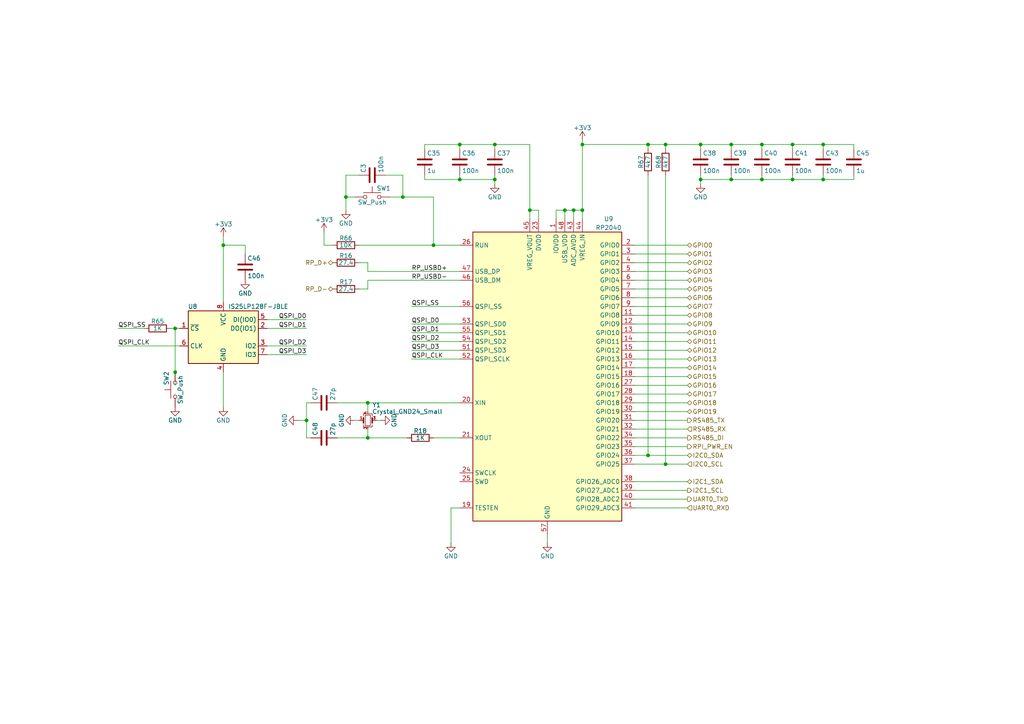
<source format=kicad_sch>
(kicad_sch (version 20211123) (generator eeschema)
  (paper "A4")
  (title_block (title "FlightSimController") (date "2022-12-05") (rev "A") (company "https://github.com/peterheinrich/FlightSimController") (comment 4 "License: CERN-OHL-P v2"))
  (lib_symbols
    (symbol "Device:C" (pin_numbers hide) (pin_names (offset 0.254))
      (property "Reference" "C" (at 0.635 2.54 0))
      (property "Value" "C" (at 0.635 -2.54 0))
      (symbol "C_0_1"
        (polyline (pts (xy -2.032 -0.762) (xy 2.032 -0.762)) (stroke (width 0.508)))
        (polyline (pts (xy -2.032 0.762) (xy 2.032 0.762)) (stroke (width 0.508)))
      )
      (symbol "C_1_1"
        (pin passive line (at 0 3.81 270) (length 2.794) (name "~") (number "1"))
        (pin passive line (at 0 -3.81 90) (length 2.794) (name "~") (number "2"))
      )
    )
    (symbol "Device:Crystal_GND24_Small" (pin_names (offset 1.016) hide)
      (property "Reference" "Y" (at 1.27 4.445 0))
      (property "Value" "Crystal_GND24_Small" (at 1.27 2.54 0))
      (symbol "Crystal_GND24_Small_0_1"
        (rectangle (start -0.762 -1.524) (end 0.762 1.524))
        (polyline (pts (xy -1.27 -0.762) (xy -1.27 0.762)) (stroke (width 0.381)))
        (polyline (pts (xy 1.27 -0.762) (xy 1.27 0.762)) (stroke (width 0.381)))
        (polyline (pts (xy -1.27 -1.27) (xy -1.27 -1.905) (xy 1.27 -1.905) (xy 1.27 -1.27)))
        (polyline (pts (xy -1.27 1.27) (xy -1.27 1.905) (xy 1.27 1.905) (xy 1.27 1.27)))
      )
      (symbol "Crystal_GND24_Small_1_1"
        (pin passive line (at -2.54 0 0) (length 1.27) (name "1") (number "1"))
        (pin passive line (at 0 -2.54 90) (length 0.635) (name "2") (number "2"))
        (pin passive line (at 2.54 0 180) (length 1.27) (name "3") (number "3"))
        (pin passive line (at 0 2.54 270) (length 0.635) (name "4") (number "4"))
      )
    )
    (symbol "Device:R" (pin_numbers hide) (pin_names (offset 0))
      (property "Reference" "R" (at 2.032 0 90))
      (property "Value" "R" (at 0 0 90))
      (symbol "R_0_1"
        (rectangle (start -1.016 -2.54) (end 1.016 2.54) (stroke (width 0.254)))
      )
      (symbol "R_1_1"
        (pin passive line (at 0 3.81 270) (length 1.27) (name "~") (number "1"))
        (pin passive line (at 0 -3.81 90) (length 1.27) (name "~") (number "2"))
      )
    )
    (symbol "MCU_RaspberryPi:RP2040"
      (property "Reference" "U" (at 17.78 45.72 0))
      (property "Value" "RP2040" (at 17.78 43.18 0))
      (symbol "RP2040_0_1"
        (rectangle (start -21.59 41.91) (end 21.59 -41.91) (stroke (width 0.254)) (fill (type background)))
      )
      (symbol "RP2040_1_1"
        (pin power_in line (at 2.54 45.72 270) (length 3.81) (name "IOVDD") (number "1"))
        (pin passive line (at 2.54 45.72 270) (length 3.81) hide (name "IOVDD") (number "10"))
        (pin bidirectional line (at 25.4 17.78 180) (length 3.81) (name "GPIO8") (number "11"))
        (pin bidirectional line (at 25.4 15.24 180) (length 3.81) (name "GPIO9") (number "12"))
        (pin bidirectional line (at 25.4 12.7 180) (length 3.81) (name "GPIO10") (number "13"))
        (pin bidirectional line (at 25.4 10.16 180) (length 3.81) (name "GPIO11") (number "14"))
        (pin bidirectional line (at 25.4 7.62 180) (length 3.81) (name "GPIO12") (number "15"))
        (pin bidirectional line (at 25.4 5.08 180) (length 3.81) (name "GPIO13") (number "16"))
        (pin bidirectional line (at 25.4 2.54 180) (length 3.81) (name "GPIO14") (number "17"))
        (pin bidirectional line (at 25.4 0 180) (length 3.81) (name "GPIO15") (number "18"))
        (pin input line (at -25.4 -38.1 0) (length 3.81) (name "TESTEN") (number "19"))
        (pin bidirectional line (at 25.4 38.1 180) (length 3.81) (name "GPIO0") (number "2"))
        (pin input line (at -25.4 -7.62 0) (length 3.81) (name "XIN") (number "20"))
        (pin passive line (at -25.4 -17.78 0) (length 3.81) (name "XOUT") (number "21"))
        (pin passive line (at 2.54 45.72 270) (length 3.81) hide (name "IOVDD") (number "22"))
        (pin power_in line (at -2.54 45.72 270) (length 3.81) (name "DVDD") (number "23"))
        (pin output line (at -25.4 -27.94 0) (length 3.81) (name "SWCLK") (number "24"))
        (pin bidirectional line (at -25.4 -30.48 0) (length 3.81) (name "SWD") (number "25"))
        (pin input line (at -25.4 38.1 0) (length 3.81) (name "RUN") (number "26"))
        (pin bidirectional line (at 25.4 -2.54 180) (length 3.81) (name "GPIO16") (number "27"))
        (pin bidirectional line (at 25.4 -5.08 180) (length 3.81) (name "GPIO17") (number "28"))
        (pin bidirectional line (at 25.4 -7.62 180) (length 3.81) (name "GPIO18") (number "29"))
        (pin bidirectional line (at 25.4 35.56 180) (length 3.81) (name "GPIO1") (number "3"))
        (pin bidirectional line (at 25.4 -10.16 180) (length 3.81) (name "GPIO19") (number "30"))
        (pin bidirectional line (at 25.4 -12.7 180) (length 3.81) (name "GPIO20") (number "31"))
        (pin bidirectional line (at 25.4 -15.24 180) (length 3.81) (name "GPIO21") (number "32"))
        (pin passive line (at 2.54 45.72 270) (length 3.81) hide (name "IOVDD") (number "33"))
        (pin bidirectional line (at 25.4 -17.78 180) (length 3.81) (name "GPIO22") (number "34"))
        (pin bidirectional line (at 25.4 -20.32 180) (length 3.81) (name "GPIO23") (number "35"))
        (pin bidirectional line (at 25.4 -22.86 180) (length 3.81) (name "GPIO24") (number "36"))
        (pin bidirectional line (at 25.4 -25.4 180) (length 3.81) (name "GPIO25") (number "37"))
        (pin bidirectional line (at 25.4 -30.48 180) (length 3.81) (name "GPIO26_ADC0") (number "38"))
        (pin bidirectional line (at 25.4 -33.02 180) (length 3.81) (name "GPIO27_ADC1") (number "39"))
        (pin bidirectional line (at 25.4 33.02 180) (length 3.81) (name "GPIO2") (number "4"))
        (pin bidirectional line (at 25.4 -35.56 180) (length 3.81) (name "GPIO28_ADC2") (number "40"))
        (pin bidirectional line (at 25.4 -38.1 180) (length 3.81) (name "GPIO29_ADC3") (number "41"))
        (pin passive line (at 2.54 45.72 270) (length 3.81) hide (name "IOVDD") (number "42"))
        (pin power_in line (at 7.62 45.72 270) (length 3.81) (name "ADC_AVDD") (number "43"))
        (pin power_in line (at 10.16 45.72 270) (length 3.81) (name "VREG_IN") (number "44"))
        (pin power_out line (at -5.08 45.72 270) (length 3.81) (name "VREG_VOUT") (number "45"))
        (pin bidirectional line (at -25.4 27.94 0) (length 3.81) (name "USB_DM") (number "46"))
        (pin bidirectional line (at -25.4 30.48 0) (length 3.81) (name "USB_DP") (number "47"))
        (pin power_in line (at 5.08 45.72 270) (length 3.81) (name "USB_VDD") (number "48"))
        (pin passive line (at 2.54 45.72 270) (length 3.81) hide (name "IOVDD") (number "49"))
        (pin bidirectional line (at 25.4 30.48 180) (length 3.81) (name "GPIO3") (number "5"))
        (pin passive line (at -2.54 45.72 270) (length 3.81) hide (name "DVDD") (number "50"))
        (pin bidirectional line (at -25.4 7.62 0) (length 3.81) (name "QSPI_SD3") (number "51"))
        (pin output line (at -25.4 5.08 0) (length 3.81) (name "QSPI_SCLK") (number "52"))
        (pin bidirectional line (at -25.4 15.24 0) (length 3.81) (name "QSPI_SD0") (number "53"))
        (pin bidirectional line (at -25.4 10.16 0) (length 3.81) (name "QSPI_SD2") (number "54"))
        (pin bidirectional line (at -25.4 12.7 0) (length 3.81) (name "QSPI_SD1") (number "55"))
        (pin bidirectional line (at -25.4 20.32 0) (length 3.81) (name "QSPI_SS") (number "56"))
        (pin power_in line (at 0 -45.72 90) (length 3.81) (name "GND") (number "57"))
        (pin bidirectional line (at 25.4 27.94 180) (length 3.81) (name "GPIO4") (number "6"))
        (pin bidirectional line (at 25.4 25.4 180) (length 3.81) (name "GPIO5") (number "7"))
        (pin bidirectional line (at 25.4 22.86 180) (length 3.81) (name "GPIO6") (number "8"))
        (pin bidirectional line (at 25.4 20.32 180) (length 3.81) (name "GPIO7") (number "9"))
      )
    )
    (symbol "Memory_Flash:W25Q128JVS"
      (property "Reference" "U" (at -8.89 8.89 0))
      (property "Value" "W25Q128JVS" (at 7.62 8.89 0))
      (symbol "W25Q128JVS_0_1"
        (rectangle (start -10.16 7.62) (end 10.16 -7.62) (stroke (width 0.254)) (fill (type background)))
      )
      (symbol "W25Q128JVS_1_1"
        (pin input line (at -12.7 2.54 0) (length 2.54) (name "~{CS}") (number "1"))
        (pin bidirectional line (at 12.7 2.54 180) (length 2.54) (name "DO(IO1)") (number "2"))
        (pin bidirectional line (at 12.7 -2.54 180) (length 2.54) (name "IO2") (number "3"))
        (pin power_in line (at 0 -10.16 90) (length 2.54) (name "GND") (number "4"))
        (pin bidirectional line (at 12.7 5.08 180) (length 2.54) (name "DI(IO0)") (number "5"))
        (pin input line (at -12.7 -2.54 0) (length 2.54) (name "CLK") (number "6"))
        (pin bidirectional line (at 12.7 -5.08 180) (length 2.54) (name "IO3") (number "7"))
        (pin power_in line (at 0 10.16 270) (length 2.54) (name "VCC") (number "8"))
      )
    )
    (symbol "Switch:SW_Push" (pin_numbers hide) (pin_names (offset 1.016) hide)
      (property "Reference" "SW" (at 1.27 2.54 0))
      (property "Value" "SW_Push" (at 0 -1.524 0))
      (symbol "SW_Push_0_1"
        (circle (center -2.032 0) (radius 0.508))
        (polyline (pts (xy 0 1.27) (xy 0 3.048)))
        (polyline (pts (xy 2.54 1.27) (xy -2.54 1.27)))
        (circle (center 2.032 0) (radius 0.508))
        (pin passive line (at -5.08 0 0) (length 2.54) (name "1") (number "1"))
        (pin passive line (at 5.08 0 180) (length 2.54) (name "2") (number "2"))
      )
    )
    (symbol "power:+3V3" (power) (pin_names (offset 0))
      (property "Value" "+3V3" (at 0 3.556 0))
      (symbol "+3V3_0_1"
        (polyline (pts (xy -0.762 1.27) (xy 0 2.54)))
        (polyline (pts (xy 0 0) (xy 0 2.54)))
        (polyline (pts (xy 0 2.54) (xy 0.762 1.27)))
      )
      (symbol "+3V3_1_1"
        (pin power_in line (at 0 0 90) (length 0) hide (name "+3V3") (number "1"))
      )
    )
    (symbol "power:GND" (power) (pin_names (offset 0))
      (property "Value" "GND" (at 0 -3.81 0))
      (symbol "GND_0_1"
        (polyline (pts (xy 0 0) (xy 0 -1.27) (xy 1.27 -1.27) (xy 0 -2.54) (xy -1.27 -1.27) (xy 0 -1.27)))
      )
      (symbol "GND_1_1"
        (pin power_in line (at 0 0 270) (length 0) hide (name "GND") (number "1"))
      )
    )
  )
  (junction (at 220.98 41.91))
  (junction (at 50.8 107.95))
  (junction (at 229.87 52.07))
  (junction (at 187.96 41.91))
  (junction (at 229.87 41.91))
  (junction (at 203.2 52.07))
  (junction (at 143.51 52.07))
  (junction (at 163.83 60.96))
  (junction (at 212.09 41.91))
  (junction (at 220.98 52.07))
  (junction (at 193.04 41.91))
  (junction (at 153.67 60.96))
  (junction (at 238.76 41.91))
  (junction (at 133.35 52.07))
  (junction (at 187.96 132.08))
  (junction (at 168.91 60.96))
  (junction (at 193.04 134.62))
  (junction (at 106.68 127))
  (junction (at 88.9 121.92))
  (junction (at 203.2 41.91))
  (junction (at 133.35 41.91))
  (junction (at 212.09 52.07))
  (junction (at 106.68 116.84))
  (junction (at 166.37 60.96))
  (junction (at 64.77 71.12))
  (junction (at 100.33 57.15))
  (junction (at 238.76 52.07))
  (junction (at 50.8 95.25))
  (junction (at 125.73 71.12))
  (junction (at 116.84 57.15))
  (junction (at 143.51 41.91))
  (junction (at 168.91 41.91))
  (wire (pts (xy 71.12 71.12) (xy 71.12 73.66)))
  (wire (pts (xy 184.15 104.14) (xy 199.39 104.14)))
  (wire (pts (xy 187.96 50.8) (xy 187.96 132.08)))
  (wire (pts (xy 34.29 95.25) (xy 41.91 95.25)))
  (wire (pts (xy 130.81 147.32) (xy 133.35 147.32)))
  (wire (pts (xy 153.67 60.96) (xy 153.67 63.5)))
  (wire (pts (xy 229.87 50.8) (xy 229.87 52.07)))
  (wire (pts (xy 64.77 71.12) (xy 64.77 87.63)))
  (wire (pts (xy 104.14 50.8) (xy 100.33 50.8)))
  (wire (pts (xy 187.96 132.08) (xy 199.39 132.08)))
  (wire (pts (xy 143.51 41.91) (xy 143.51 43.18)))
  (wire (pts (xy 184.15 93.98) (xy 199.39 93.98)))
  (wire (pts (xy 184.15 134.62) (xy 193.04 134.62)))
  (wire (pts (xy 118.11 127) (xy 106.68 127)))
  (wire (pts (xy 125.73 127) (xy 133.35 127)))
  (wire (pts (xy 100.33 57.15) (xy 102.87 57.15)))
  (wire (pts (xy 203.2 41.91) (xy 212.09 41.91)))
  (wire (pts (xy 184.15 111.76) (xy 199.39 111.76)))
  (wire (pts (xy 220.98 50.8) (xy 220.98 52.07)))
  (wire (pts (xy 184.15 121.92) (xy 199.39 121.92)))
  (wire (pts (xy 100.33 50.8) (xy 100.33 57.15)))
  (wire (pts (xy 184.15 73.66) (xy 199.39 73.66)))
  (wire (pts (xy 163.83 60.96) (xy 163.83 63.5)))
  (wire (pts (xy 64.77 107.95) (xy 64.77 118.11)))
  (wire (pts (xy 203.2 52.07) (xy 203.2 53.34)))
  (wire (pts (xy 184.15 124.46) (xy 199.39 124.46)))
  (wire (pts (xy 184.15 78.74) (xy 199.39 78.74)))
  (wire (pts (xy 88.9 127) (xy 90.17 127)))
  (wire (pts (xy 184.15 116.84) (xy 199.39 116.84)))
  (wire (pts (xy 153.67 60.96) (xy 156.21 60.96)))
  (wire (pts (xy 184.15 147.32) (xy 199.39 147.32)))
  (wire (pts (xy 100.33 60.96) (xy 100.33 57.15)))
  (wire (pts (xy 34.29 100.33) (xy 52.07 100.33)))
  (wire (pts (xy 106.68 76.2) (xy 106.68 78.74)))
  (wire (pts (xy 238.76 52.07) (xy 247.65 52.07)))
  (wire (pts (xy 106.68 116.84) (xy 133.35 116.84)))
  (wire (pts (xy 88.9 116.84) (xy 88.9 121.92)))
  (wire (pts (xy 229.87 41.91) (xy 229.87 43.18)))
  (wire (pts (xy 88.9 121.92) (xy 88.9 127)))
  (wire (pts (xy 193.04 134.62) (xy 199.39 134.62)))
  (wire (pts (xy 119.38 93.98) (xy 133.35 93.98)))
  (wire (pts (xy 77.47 92.71) (xy 88.9 92.71)))
  (wire (pts (xy 116.84 57.15) (xy 113.03 57.15)))
  (wire (pts (xy 212.09 41.91) (xy 220.98 41.91)))
  (wire (pts (xy 106.68 78.74) (xy 133.35 78.74)))
  (wire (pts (xy 184.15 96.52) (xy 199.39 96.52)))
  (wire (pts (xy 86.36 121.92) (xy 88.9 121.92)))
  (wire (pts (xy 184.15 106.68) (xy 199.39 106.68)))
  (wire (pts (xy 110.49 121.92) (xy 109.22 121.92)))
  (wire (pts (xy 203.2 41.91) (xy 203.2 43.18)))
  (wire (pts (xy 184.15 88.9) (xy 199.39 88.9)))
  (wire (pts (xy 184.15 139.7) (xy 199.39 139.7)))
  (wire (pts (xy 184.15 129.54) (xy 199.39 129.54)))
  (wire (pts (xy 123.19 41.91) (xy 133.35 41.91)))
  (wire (pts (xy 168.91 40.64) (xy 168.91 41.91)))
  (wire (pts (xy 184.15 91.44) (xy 199.39 91.44)))
  (wire (pts (xy 193.04 41.91) (xy 203.2 41.91)))
  (wire (pts (xy 220.98 52.07) (xy 229.87 52.07)))
  (wire (pts (xy 119.38 101.6) (xy 133.35 101.6)))
  (wire (pts (xy 163.83 60.96) (xy 166.37 60.96)))
  (wire (pts (xy 97.79 127) (xy 106.68 127)))
  (wire (pts (xy 133.35 41.91) (xy 143.51 41.91)))
  (wire (pts (xy 111.76 50.8) (xy 116.84 50.8)))
  (wire (pts (xy 104.14 71.12) (xy 125.73 71.12)))
  (wire (pts (xy 77.47 95.25) (xy 88.9 95.25)))
  (wire (pts (xy 50.8 95.25) (xy 50.8 107.95)))
  (wire (pts (xy 187.96 41.91) (xy 193.04 41.91)))
  (wire (pts (xy 203.2 52.07) (xy 212.09 52.07)))
  (wire (pts (xy 212.09 50.8) (xy 212.09 52.07)))
  (wire (pts (xy 119.38 104.14) (xy 133.35 104.14)))
  (wire (pts (xy 229.87 41.91) (xy 238.76 41.91)))
  (wire (pts (xy 212.09 41.91) (xy 212.09 43.18)))
  (wire (pts (xy 166.37 60.96) (xy 168.91 60.96)))
  (wire (pts (xy 238.76 50.8) (xy 238.76 52.07)))
  (wire (pts (xy 106.68 81.28) (xy 133.35 81.28)))
  (wire (pts (xy 168.91 41.91) (xy 168.91 60.96)))
  (wire (pts (xy 220.98 41.91) (xy 229.87 41.91)))
  (wire (pts (xy 187.96 41.91) (xy 187.96 43.18)))
  (wire (pts (xy 184.15 86.36) (xy 199.39 86.36)))
  (wire (pts (xy 153.67 41.91) (xy 153.67 60.96)))
  (wire (pts (xy 184.15 71.12) (xy 199.39 71.12)))
  (wire (pts (xy 184.15 142.24) (xy 199.39 142.24)))
  (wire (pts (xy 106.68 83.82) (xy 106.68 81.28)))
  (wire (pts (xy 229.87 52.07) (xy 238.76 52.07)))
  (wire (pts (xy 247.65 41.91) (xy 247.65 43.18)))
  (wire (pts (xy 161.29 60.96) (xy 163.83 60.96)))
  (wire (pts (xy 119.38 88.9) (xy 133.35 88.9)))
  (wire (pts (xy 161.29 63.5) (xy 161.29 60.96)))
  (wire (pts (xy 184.15 83.82) (xy 199.39 83.82)))
  (wire (pts (xy 143.51 52.07) (xy 143.51 53.34)))
  (wire (pts (xy 49.53 95.25) (xy 50.8 95.25)))
  (wire (pts (xy 156.21 63.5) (xy 156.21 60.96)))
  (wire (pts (xy 184.15 109.22) (xy 199.39 109.22)))
  (wire (pts (xy 104.14 83.82) (xy 106.68 83.82)))
  (wire (pts (xy 90.17 116.84) (xy 88.9 116.84)))
  (wire (pts (xy 143.51 41.91) (xy 153.67 41.91)))
  (wire (pts (xy 119.38 96.52) (xy 133.35 96.52)))
  (wire (pts (xy 193.04 41.91) (xy 193.04 43.18)))
  (wire (pts (xy 64.77 71.12) (xy 71.12 71.12)))
  (wire (pts (xy 238.76 41.91) (xy 247.65 41.91)))
  (wire (pts (xy 93.98 67.31) (xy 93.98 71.12)))
  (wire (pts (xy 116.84 50.8) (xy 116.84 57.15)))
  (wire (pts (xy 247.65 52.07) (xy 247.65 50.8)))
  (wire (pts (xy 203.2 50.8) (xy 203.2 52.07)))
  (wire (pts (xy 97.79 116.84) (xy 106.68 116.84)))
  (wire (pts (xy 123.19 43.18) (xy 123.19 41.91)))
  (wire (pts (xy 106.68 127) (xy 106.68 124.46)))
  (wire (pts (xy 130.81 157.48) (xy 130.81 147.32)))
  (wire (pts (xy 184.15 99.06) (xy 199.39 99.06)))
  (wire (pts (xy 106.68 119.38) (xy 106.68 116.84)))
  (wire (pts (xy 123.19 52.07) (xy 133.35 52.07)))
  (wire (pts (xy 184.15 132.08) (xy 187.96 132.08)))
  (wire (pts (xy 64.77 68.58) (xy 64.77 71.12)))
  (wire (pts (xy 220.98 41.91) (xy 220.98 43.18)))
  (wire (pts (xy 238.76 41.91) (xy 238.76 43.18)))
  (wire (pts (xy 184.15 119.38) (xy 199.39 119.38)))
  (wire (pts (xy 104.14 76.2) (xy 106.68 76.2)))
  (wire (pts (xy 184.15 81.28) (xy 199.39 81.28)))
  (wire (pts (xy 133.35 43.18) (xy 133.35 41.91)))
  (wire (pts (xy 102.87 121.92) (xy 104.14 121.92)))
  (wire (pts (xy 166.37 60.96) (xy 166.37 63.5)))
  (wire (pts (xy 125.73 57.15) (xy 125.73 71.12)))
  (wire (pts (xy 143.51 50.8) (xy 143.51 52.07)))
  (wire (pts (xy 93.98 71.12) (xy 96.52 71.12)))
  (wire (pts (xy 158.75 154.94) (xy 158.75 157.48)))
  (wire (pts (xy 77.47 102.87) (xy 88.9 102.87)))
  (wire (pts (xy 184.15 101.6) (xy 199.39 101.6)))
  (wire (pts (xy 184.15 144.78) (xy 199.39 144.78)))
  (wire (pts (xy 184.15 76.2) (xy 199.39 76.2)))
  (wire (pts (xy 125.73 71.12) (xy 133.35 71.12)))
  (wire (pts (xy 184.15 127) (xy 199.39 127)))
  (wire (pts (xy 184.15 114.3) (xy 199.39 114.3)))
  (wire (pts (xy 50.8 95.25) (xy 52.07 95.25)))
  (wire (pts (xy 168.91 41.91) (xy 187.96 41.91)))
  (wire (pts (xy 168.91 60.96) (xy 168.91 63.5)))
  (wire (pts (xy 143.51 52.07) (xy 133.35 52.07)))
  (wire (pts (xy 119.38 99.06) (xy 133.35 99.06)))
  (wire (pts (xy 77.47 100.33) (xy 88.9 100.33)))
  (wire (pts (xy 212.09 52.07) (xy 220.98 52.07)))
  (wire (pts (xy 123.19 50.8) (xy 123.19 52.07)))
  (wire (pts (xy 193.04 50.8) (xy 193.04 134.62)))
  (wire (pts (xy 50.8 107.95) (xy 50.8 111.76)))
  (wire (pts (xy 116.84 57.15) (xy 125.73 57.15)))
  (wire (pts (xy 133.35 52.07) (xy 133.35 50.8)))
  (label "QSPI_D0" (at 119.38 93.98 0))
  (label "QSPI_SS" (at 119.38 88.9 0))
  (label "QSPI_D3" (at 88.9 102.87 180))
  (label "QSPI_D1" (at 88.9 95.25 180))
  (label "QSPI_SS" (at 34.29 95.25 0))
  (label "QSPI_CLK" (at 34.29 100.33 0))
  (label "RP_USBD-" (at 119.38 81.28 0))
  (label "QSPI_CLK" (at 119.38 104.14 0))
  (label "QSPI_D1" (at 119.38 96.52 0))
  (label "QSPI_D0" (at 88.9 92.71 180))
  (label "QSPI_D3" (at 119.38 101.6 0))
  (label "QSPI_D2" (at 88.9 100.33 180))
  (label "RP_USBD+" (at 119.38 78.74 0))
  (label "QSPI_D2" (at 119.38 99.06 0))
  (hierarchical_label "GPIO14" (shape bidirectional) (at 199.39 106.68 0))
  (hierarchical_label "I2C1_SDA" (shape bidirectional) (at 199.39 139.7 0))
  (hierarchical_label "GPIO10" (shape bidirectional) (at 199.39 96.52 0))
  (hierarchical_label "GPIO7" (shape bidirectional) (at 199.39 88.9 0))
  (hierarchical_label "GPIO17" (shape bidirectional) (at 199.39 114.3 0))
  (hierarchical_label "RS485_RX" (shape input) (at 199.39 124.46 0))
  (hierarchical_label "I2C0_SCL" (shape input) (at 199.39 134.62 0))
  (hierarchical_label "GPIO0" (shape bidirectional) (at 199.39 71.12 0))
  (hierarchical_label "GPIO18" (shape bidirectional) (at 199.39 116.84 0))
  (hierarchical_label "RS485_TX" (shape output) (at 199.39 121.92 0))
  (hierarchical_label "GPIO15" (shape bidirectional) (at 199.39 109.22 0))
  (hierarchical_label "UART0_TXD" (shape output) (at 199.39 144.78 0))
  (hierarchical_label "GPIO19" (shape bidirectional) (at 199.39 119.38 0))
  (hierarchical_label "GPIO16" (shape bidirectional) (at 199.39 111.76 0))
  (hierarchical_label "I2C0_SDA" (shape bidirectional) (at 199.39 132.08 0))
  (hierarchical_label "I2C1_SCL" (shape output) (at 199.39 142.24 0))
  (hierarchical_label "GPIO3" (shape bidirectional) (at 199.39 78.74 0))
  (hierarchical_label "RP_D+" (shape bidirectional) (at 96.52 76.2 180))
  (hierarchical_label "UART0_RXD" (shape input) (at 199.39 147.32 0))
  (hierarchical_label "RPI_PWR_EN" (shape output) (at 199.39 129.54 0))
  (hierarchical_label "GPIO13" (shape bidirectional) (at 199.39 104.14 0))
  (hierarchical_label "GPIO9" (shape bidirectional) (at 199.39 93.98 0))
  (hierarchical_label "GPIO11" (shape bidirectional) (at 199.39 99.06 0))
  (hierarchical_label "GPIO1" (shape bidirectional) (at 199.39 73.66 0))
  (hierarchical_label "GPIO6" (shape bidirectional) (at 199.39 86.36 0))
  (hierarchical_label "GPIO4" (shape bidirectional) (at 199.39 81.28 0))
  (hierarchical_label "RP_D-" (shape bidirectional) (at 96.52 83.82 180))
  (hierarchical_label "GPIO8" (shape bidirectional) (at 199.39 91.44 0))
  (hierarchical_label "GPIO2" (shape bidirectional) (at 199.39 76.2 0))
  (hierarchical_label "GPIO5" (shape bidirectional) (at 199.39 83.82 0))
  (hierarchical_label "RS485_DI" (shape output) (at 199.39 127 0))
  (hierarchical_label "GPIO12" (shape bidirectional) (at 199.39 101.6 0))
  (symbol (lib_id "MCU_RaspberryPi:RP2040") (at 158.75 109.22 0) (unit 1)
    (property "Reference" "U9" (at 176.53 63.5 0))
    (property "Value" "RP2040" (at 176.53 66.04 0))
    (property "Footprint" "Package_DFN_QFN:QFN-56-1EP_7x7mm_P0.4mm_EP3.2x3.2mm" (effects hide))
    (property "MPN" "RP2040CT" (effects hide))
    (property "ON_FARNELL" "3766082" (effects hide))
  )
  (symbol (lib_id "Device:C") (at 93.98 116.84 90) (unit 1)
    (property "Reference" "C47" (at 91.44 116.205 0) (effects (justify left)))
    (property "Value" "27p" (at 96.52 116.205 0) (effects (justify left)))
    (property "Footprint" "Capacitor_SMD:C_0603_1608Metric_Pad1.08x0.95mm_HandSolder" (effects hide))
    (property "MPN" "C0603C270K5GACTU" (effects hide))
    (property "ON_FARNELL" "2773145" (effects hide))
  )
  (symbol (lib_id "Device:C") (at 123.19 46.99 0) (unit 1)
    (property "Reference" "C35" (at 123.825 44.45 0) (effects (justify left)))
    (property "Value" "1u" (at 123.825 49.53 0) (effects (justify left)))
    (property "Footprint" "Capacitor_SMD:C_0603_1608Metric_Pad1.08x0.95mm_HandSolder" (effects hide))
    (property "MPN" "CC0603KRX5R6BB105" (effects hide))
    (property "ON_FARNELL" "9402080" (effects hide))
  )
  (symbol (lib_id "Device:C") (at 107.95 50.8 90) (unit 1)
    (property "Reference" "C3" (at 105.41 50.165 0) (effects (justify left)))
    (property "Value" "100n" (at 110.49 50.165 0) (effects (justify left)))
    (property "Footprint" "Capacitor_SMD:C_0603_1608Metric_Pad1.08x0.95mm_HandSolder" (effects hide))
    (property "MPN" "C0603C104K4RACTU" (effects hide))
    (property "ON_FARNELL" "1414610" (effects hide))
  )
  (symbol (lib_id "power:+3V3") (at 168.91 40.64 0) (unit 1)
    (property "Reference" "#PWR055" (effects hide))
    (property "Value" "+3V3" (at 168.91 37.084 0))
  )
  (symbol (lib_id "Device:R") (at 193.04 46.99 180) (unit 1)
    (property "Reference" "R68" (at 191.008 46.99 90))
    (property "Value" "4k7" (at 193.04 46.99 90))
    (property "Footprint" "Resistor_SMD:R_0603_1608Metric_Pad0.98x0.95mm_HandSolder" (effects hide))
    (property "MPN" "RC0603FR-074K7P" (effects hide))
    (property "ON_FARNELL" "3951355" (effects hide))
  )
  (symbol (lib_id "Device:C") (at 212.09 46.99 0) (unit 1)
    (property "Reference" "C39" (at 212.725 44.45 0) (effects (justify left)))
    (property "Value" "100n" (at 212.725 49.53 0) (effects (justify left)))
    (property "Footprint" "Capacitor_SMD:C_0603_1608Metric_Pad1.08x0.95mm_HandSolder" (effects hide))
    (property "MPN" "C0603C104K4RACTU" (effects hide))
    (property "ON_FARNELL" "1414610" (effects hide))
  )
  (symbol (lib_id "Device:C") (at 203.2 46.99 0) (unit 1)
    (property "Reference" "C38" (at 203.835 44.45 0) (effects (justify left)))
    (property "Value" "100n" (at 203.835 49.53 0) (effects (justify left)))
    (property "Footprint" "Capacitor_SMD:C_0603_1608Metric_Pad1.08x0.95mm_HandSolder" (effects hide))
    (property "MPN" "C0603C104K4RACTU" (effects hide))
    (property "ON_FARNELL" "1414610" (effects hide))
  )
  (symbol (lib_id "power:GND") (at 110.49 121.92 90) (unit 1)
    (property "Reference" "#PWR063" (effects hide))
    (property "Value" "GND" (at 114.3 121.92 0))
  )
  (symbol (lib_id "Device:C") (at 247.65 46.99 0) (unit 1)
    (property "Reference" "C45" (at 248.285 44.45 0) (effects (justify left)))
    (property "Value" "1u" (at 248.285 49.53 0) (effects (justify left)))
    (property "Footprint" "Capacitor_SMD:C_0603_1608Metric_Pad1.08x0.95mm_HandSolder" (effects hide))
    (property "MPN" "CC0603KRX5R6BB105" (effects hide))
    (property "ON_FARNELL" "9402080" (effects hide))
  )
  (symbol (lib_id "Device:R") (at 100.33 71.12 90) (unit 1)
    (property "Reference" "R66" (at 100.33 69.088 90))
    (property "Value" "10K" (at 100.33 71.12 90))
    (property "Footprint" "Resistor_SMD:R_0603_1608Metric_Pad0.98x0.95mm_HandSolder" (effects hide))
    (property "MPN" "RC0603FR-0710KL" (effects hide))
    (property "ON_FARNELL" "9238603" (effects hide))
  )
  (symbol (lib_id "Device:C") (at 71.12 77.47 0) (unit 1)
    (property "Reference" "C46" (at 71.755 74.93 0) (effects (justify left)))
    (property "Value" "100n" (at 71.755 80.01 0) (effects (justify left)))
    (property "Footprint" "Capacitor_SMD:C_0603_1608Metric_Pad1.08x0.95mm_HandSolder" (effects hide))
    (property "MPN" "C0603C104K4RACTU" (effects hide))
    (property "ON_FARNELL" "1414610" (effects hide))
  )
  (symbol (lib_id "power:GND") (at 50.8 118.11 0) (unit 1)
    (property "Reference" "#PWR0109" (effects hide))
    (property "Value" "GND" (at 50.8 121.92 0))
  )
  (symbol (lib_id "Device:R") (at 45.72 95.25 90) (unit 1)
    (property "Reference" "R65" (at 45.72 93.218 90))
    (property "Value" "1K" (at 45.72 95.25 90))
    (property "Footprint" "Resistor_SMD:R_0603_1608Metric_Pad0.98x0.95mm_HandSolder" (effects hide))
    (property "MPN" "RC0603JR-071KL" (effects hide))
    (property "ON_FARNELL" "9233385" (effects hide))
  )
  (symbol (lib_id "power:GND") (at 102.87 121.92 270) (unit 1)
    (property "Reference" "#PWR062" (effects hide))
    (property "Value" "GND" (at 99.06 121.92 0))
  )
  (symbol (lib_id "Device:R") (at 121.92 127 90) (unit 1)
    (property "Reference" "R18" (at 121.92 124.968 90))
    (property "Value" "1K" (at 121.92 127 90))
    (property "Footprint" "Resistor_SMD:R_0603_1608Metric_Pad0.98x0.95mm_HandSolder" (effects hide))
    (property "MPN" "RC0603JR-071KL" (effects hide))
    (property "ON_FARNELL" "9233385" (effects hide))
  )
  (symbol (lib_id "power:GND") (at 203.2 53.34 0) (unit 1)
    (property "Reference" "#PWR057" (effects hide))
    (property "Value" "GND" (at 203.2 57.15 0))
  )
  (symbol (lib_id "power:GND") (at 86.36 121.92 270) (unit 1)
    (property "Reference" "#PWR061" (effects hide))
    (property "Value" "GND" (at 82.55 121.92 0))
  )
  (symbol (lib_id "Device:C") (at 133.35 46.99 0) (unit 1)
    (property "Reference" "C36" (at 133.985 44.45 0) (effects (justify left)))
    (property "Value" "100n" (at 133.985 49.53 0) (effects (justify left)))
    (property "Footprint" "Capacitor_SMD:C_0603_1608Metric_Pad1.08x0.95mm_HandSolder" (effects hide))
    (property "MPN" "C0603C104K4RACTU" (effects hide))
    (property "ON_FARNELL" "1414610" (effects hide))
  )
  (symbol (lib_id "Device:C") (at 220.98 46.99 0) (unit 1)
    (property "Reference" "C40" (at 221.615 44.45 0) (effects (justify left)))
    (property "Value" "100n" (at 221.615 49.53 0) (effects (justify left)))
    (property "Footprint" "Capacitor_SMD:C_0603_1608Metric_Pad1.08x0.95mm_HandSolder" (effects hide))
    (property "MPN" "C0603C104K4RACTU" (effects hide))
    (property "ON_FARNELL" "1414610" (effects hide))
  )
  (symbol (lib_id "Device:R") (at 100.33 76.2 90) (unit 1)
    (property "Reference" "R16" (at 100.33 74.168 90))
    (property "Value" "27.4" (at 100.33 76.2 90))
    (property "Footprint" "Resistor_SMD:R_0603_1608Metric_Pad0.98x0.95mm_HandSolder" (effects hide))
    (property "MPN" "RC0603FR-0727R4L" (effects hide))
    (property "ON_FARNELL" "3951609" (effects hide))
  )
  (symbol (lib_id "Switch:SW_Push") (at 107.95 57.15 0) (unit 1)
    (property "Reference" "SW1" (at 109.22 54.61 0) (effects (justify left)))
    (property "Value" "SW_Push" (at 107.95 58.674 0))
    (property "Footprint" "Button_Switch_SMD:SW_Push_1P1T_NO_CK_KSC7xxJ" (effects hide))
    (property "MPN" "KSC721J LFS" (effects hide))
    (property "ON_FARNELL" "3464290" (effects hide))
  )
  (symbol (lib_id "power:+3V3") (at 93.98 67.31 0) (unit 1)
    (property "Reference" "#PWR0100" (effects hide))
    (property "Value" "+3V3" (at 93.98 63.754 0))
  )
  (symbol (lib_id "power:GND") (at 130.81 157.48 0) (unit 1)
    (property "Reference" "#PWR064" (effects hide))
    (property "Value" "GND" (at 130.81 161.29 0))
  )
  (symbol (lib_id "power:GND") (at 64.77 118.11 0) (unit 1)
    (property "Reference" "#PWR060" (effects hide))
    (property "Value" "GND" (at 64.77 121.92 0))
  )
  (symbol (lib_id "Device:C") (at 229.87 46.99 0) (unit 1)
    (property "Reference" "C41" (at 230.505 44.45 0) (effects (justify left)))
    (property "Value" "100n" (at 230.505 49.53 0) (effects (justify left)))
    (property "Footprint" "Capacitor_SMD:C_0603_1608Metric_Pad1.08x0.95mm_HandSolder" (effects hide))
    (property "MPN" "C0603C104K4RACTU" (effects hide))
    (property "ON_FARNELL" "1414610" (effects hide))
  )
  (symbol (lib_id "power:+3V3") (at 64.77 68.58 0) (unit 1)
    (property "Reference" "#PWR058" (effects hide))
    (property "Value" "+3V3" (at 64.77 65.024 0))
  )
  (symbol (lib_id "Device:R") (at 100.33 83.82 90) (unit 1)
    (property "Reference" "R17" (at 100.33 81.788 90))
    (property "Value" "27.4" (at 100.33 83.82 90))
    (property "Footprint" "Resistor_SMD:R_0603_1608Metric_Pad0.98x0.95mm_HandSolder" (effects hide))
    (property "MPN" "RC0603FR-0727R4L" (effects hide))
    (property "ON_FARNELL" "3951609" (effects hide))
  )
  (symbol (lib_id "power:GND") (at 71.12 81.28 0) (unit 1)
    (property "Reference" "#PWR059" (effects hide))
    (property "Value" "GND" (at 71.12 85.09 0))
  )
  (symbol (lib_id "Device:C") (at 238.76 46.99 0) (unit 1)
    (property "Reference" "C43" (at 239.395 44.45 0) (effects (justify left)))
    (property "Value" "100n" (at 239.395 49.53 0) (effects (justify left)))
    (property "Footprint" "Capacitor_SMD:C_0603_1608Metric_Pad1.08x0.95mm_HandSolder" (effects hide))
    (property "MPN" "C0603C104K4RACTU" (effects hide))
    (property "ON_FARNELL" "1414610" (effects hide))
  )
  (symbol (lib_id "Device:C") (at 93.98 127 90) (unit 1)
    (property "Reference" "C48" (at 91.44 126.365 0) (effects (justify left)))
    (property "Value" "27p" (at 96.52 126.365 0) (effects (justify left)))
    (property "Footprint" "Capacitor_SMD:C_0603_1608Metric_Pad1.08x0.95mm_HandSolder" (effects hide))
    (property "MPN" "C0603C270K5GACTU" (effects hide))
    (property "ON_FARNELL" "2773145" (effects hide))
  )
  (symbol (lib_id "Device:Crystal_GND24_Small") (at 106.68 121.92 0) (unit 1)
    (property "Reference" "Y1" (at 107.95 117.475 0) (effects (justify left)))
    (property "Value" "Crystal_GND24_Small" (at 107.95 119.38 0) (effects (justify left)))
    (property "Footprint" "Crystal:Crystal_SMD_Abracon_ABM8G-4Pin_3.2x2.5mm" (effects hide))
    (property "MPN" "ABM8G-12.000MHZ-18-D2Y-T" (effects hide))
    (property "ON_FARNELL" "2308709" (effects hide))
  )
  (symbol (lib_id "Device:C") (at 143.51 46.99 0) (unit 1)
    (property "Reference" "C37" (at 144.145 44.45 0) (effects (justify left)))
    (property "Value" "100n" (at 144.145 49.53 0) (effects (justify left)))
    (property "Footprint" "Capacitor_SMD:C_0603_1608Metric_Pad1.08x0.95mm_HandSolder" (effects hide))
    (property "MPN" "C0603C104K4RACTU" (effects hide))
    (property "ON_FARNELL" "1414610" (effects hide))
  )
  (symbol (lib_id "Memory_Flash:W25Q128JVS") (at 64.77 97.79 0) (unit 1)
    (property "Reference" "U8" (at 55.88 88.9 0))
    (property "Value" "IS25LP128F-JBLE" (at 74.93 88.9 0))
    (property "Footprint" "Package_SO:SOIC-8_5.23x5.23mm_P1.27mm" (effects hide))
    (property "MPN" "IS25LP128F-JBLE" (effects hide))
    (property "ON_FARNELL" "2901144" (effects hide))
  )
  (symbol (lib_id "power:GND") (at 158.75 157.48 0) (unit 1)
    (property "Reference" "#PWR065" (effects hide))
    (property "Value" "GND" (at 158.75 161.29 0))
  )
  (symbol (lib_id "power:GND") (at 143.51 53.34 0) (unit 1)
    (property "Reference" "#PWR056" (effects hide))
    (property "Value" "GND" (at 143.51 57.15 0))
  )
  (symbol (lib_id "Device:R") (at 187.96 46.99 180) (unit 1)
    (property "Reference" "R67" (at 185.928 46.99 90))
    (property "Value" "4k7" (at 187.96 46.99 90))
    (property "Footprint" "Resistor_SMD:R_0603_1608Metric_Pad0.98x0.95mm_HandSolder" (effects hide))
    (property "MPN" "RC0603FR-074K7P" (effects hide))
    (property "ON_FARNELL" "3951355" (effects hide))
  )
  (symbol (lib_id "Switch:SW_Push") (at 50.8 113.03 90) (unit 1)
    (property "Reference" "SW2" (at 48.26 111.76 0) (effects (justify left)))
    (property "Value" "SW_Push" (at 52.324 113.03 0))
    (property "Footprint" "Button_Switch_SMD:SW_Push_1P1T_NO_CK_KSC7xxJ" (effects hide))
    (property "MPN" "KSC721J LFS" (effects hide))
    (property "ON_FARNELL" "3464290" (effects hide))
  )
  (symbol (lib_id "power:GND") (at 100.33 60.96 0) (unit 1)
    (property "Reference" "#PWR027" (effects hide))
    (property "Value" "GND" (at 100.33 64.77 0))
  )
)
</source>
